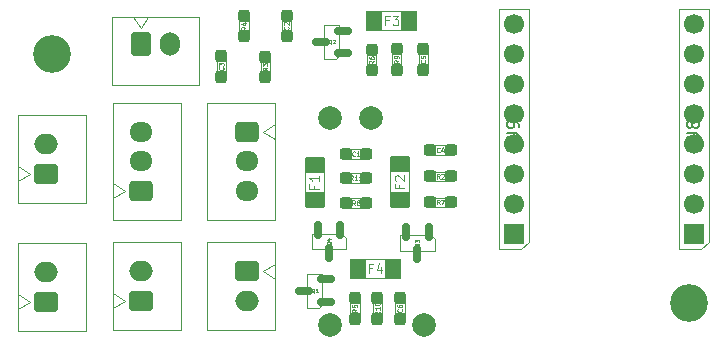
<source format=gbr>
%TF.GenerationSoftware,KiCad,Pcbnew,9.0.3*%
%TF.CreationDate,2025-08-24T20:12:34+09:00*%
%TF.ProjectId,mirror_Shooter_v2,6d697272-6f72-45f5-9368-6f6f7465725f,rev?*%
%TF.SameCoordinates,Original*%
%TF.FileFunction,Soldermask,Top*%
%TF.FilePolarity,Negative*%
%FSLAX46Y46*%
G04 Gerber Fmt 4.6, Leading zero omitted, Abs format (unit mm)*
G04 Created by KiCad (PCBNEW 9.0.3) date 2025-08-24 20:12:34*
%MOMM*%
%LPD*%
G01*
G04 APERTURE LIST*
G04 Aperture macros list*
%AMRoundRect*
0 Rectangle with rounded corners*
0 $1 Rounding radius*
0 $2 $3 $4 $5 $6 $7 $8 $9 X,Y pos of 4 corners*
0 Add a 4 corners polygon primitive as box body*
4,1,4,$2,$3,$4,$5,$6,$7,$8,$9,$2,$3,0*
0 Add four circle primitives for the rounded corners*
1,1,$1+$1,$2,$3*
1,1,$1+$1,$4,$5*
1,1,$1+$1,$6,$7*
1,1,$1+$1,$8,$9*
0 Add four rect primitives between the rounded corners*
20,1,$1+$1,$2,$3,$4,$5,0*
20,1,$1+$1,$4,$5,$6,$7,0*
20,1,$1+$1,$6,$7,$8,$9,0*
20,1,$1+$1,$8,$9,$2,$3,0*%
G04 Aperture macros list end*
%ADD10RoundRect,0.237500X0.300000X0.237500X-0.300000X0.237500X-0.300000X-0.237500X0.300000X-0.237500X0*%
%ADD11RoundRect,0.237500X-0.237500X0.300000X-0.237500X-0.300000X0.237500X-0.300000X0.237500X0.300000X0*%
%ADD12RoundRect,0.237500X0.237500X-0.300000X0.237500X0.300000X-0.237500X0.300000X-0.237500X-0.300000X0*%
%ADD13RoundRect,0.250000X-0.725000X0.600000X-0.725000X-0.600000X0.725000X-0.600000X0.725000X0.600000X0*%
%ADD14O,1.950000X1.700000*%
%ADD15C,3.200000*%
%ADD16RoundRect,0.250000X0.725000X-0.600000X0.725000X0.600000X-0.725000X0.600000X-0.725000X-0.600000X0*%
%ADD17RoundRect,0.250001X0.624999X-0.462499X0.624999X0.462499X-0.624999X0.462499X-0.624999X-0.462499X0*%
%ADD18C,2.000000*%
%ADD19RoundRect,0.250000X0.750000X-0.600000X0.750000X0.600000X-0.750000X0.600000X-0.750000X-0.600000X0*%
%ADD20O,2.000000X1.700000*%
%ADD21RoundRect,0.150000X0.587500X0.150000X-0.587500X0.150000X-0.587500X-0.150000X0.587500X-0.150000X0*%
%ADD22RoundRect,0.150000X-0.150000X0.587500X-0.150000X-0.587500X0.150000X-0.587500X0.150000X0.587500X0*%
%ADD23RoundRect,0.250000X-0.600000X-0.750000X0.600000X-0.750000X0.600000X0.750000X-0.600000X0.750000X0*%
%ADD24O,1.700000X2.000000*%
%ADD25R,1.700000X1.700000*%
%ADD26C,1.700000*%
%ADD27RoundRect,0.250001X-0.462499X-0.624999X0.462499X-0.624999X0.462499X0.624999X-0.462499X0.624999X0*%
%ADD28RoundRect,0.250000X-0.750000X0.600000X-0.750000X-0.600000X0.750000X-0.600000X0.750000X0.600000X0*%
%ADD29C,0.060000*%
%ADD30C,0.120000*%
%ADD31C,0.050000*%
%ADD32C,0.150000*%
%ADD33C,0.100000*%
G04 APERTURE END LIST*
D10*
%TO.C,R7*%
X153942800Y-103632000D03*
X152217800Y-103632000D03*
%TD*%
%TO.C,R8*%
X146786600Y-103682800D03*
X145061600Y-103682800D03*
%TD*%
D11*
%TO.C,R3*%
X138252200Y-91309800D03*
X138252200Y-93034800D03*
%TD*%
D12*
%TO.C,C6*%
X149656800Y-113485000D03*
X149656800Y-111760000D03*
%TD*%
D10*
%TO.C,C1*%
X146784400Y-99542600D03*
X145059400Y-99542600D03*
%TD*%
D13*
%TO.C,J5*%
X136742200Y-97661600D03*
D14*
X136742200Y-100161600D03*
X136742200Y-102661600D03*
%TD*%
D15*
%TO.C,H2*%
X174167800Y-112166400D03*
%TD*%
D16*
%TO.C,J4*%
X127717200Y-102661600D03*
D14*
X127717200Y-100161600D03*
X127717200Y-97661600D03*
%TD*%
D12*
%TO.C,C5*%
X151638000Y-92403000D03*
X151638000Y-90678000D03*
%TD*%
D10*
%TO.C,R2*%
X153947200Y-101447600D03*
X152222200Y-101447600D03*
%TD*%
D17*
%TO.C,F2*%
X149654600Y-103406600D03*
X149654600Y-100431600D03*
%TD*%
D18*
%TO.C,J1*%
X151715800Y-114020000D03*
X143715800Y-114020000D03*
%TD*%
D19*
%TO.C,J6*%
X127717200Y-111961600D03*
D20*
X127717200Y-109461600D03*
%TD*%
D10*
%TO.C,R11*%
X146786600Y-101574600D03*
X145061600Y-101574600D03*
%TD*%
D11*
%TO.C,C3*%
X134543800Y-91284700D03*
X134543800Y-93009700D03*
%TD*%
D12*
%TO.C,R5*%
X145846800Y-113487200D03*
X145846800Y-111762200D03*
%TD*%
D21*
%TO.C,Q1*%
X143386200Y-112064800D03*
X143386200Y-110164800D03*
X141511200Y-111114800D03*
%TD*%
%TO.C,Q2*%
X144826200Y-90993000D03*
X144826200Y-89093000D03*
X142951200Y-90043000D03*
%TD*%
D18*
%TO.C,J2*%
X143715800Y-96520000D03*
X147215800Y-96520000D03*
%TD*%
D22*
%TO.C,Q3*%
X152093000Y-106146600D03*
X150193000Y-106146600D03*
X151143000Y-108021600D03*
%TD*%
D19*
%TO.C,B+*%
X119660400Y-112046400D03*
D20*
X119660400Y-109546400D03*
%TD*%
D12*
%TO.C,C2*%
X140055600Y-89558200D03*
X140055600Y-87833200D03*
%TD*%
D23*
%TO.C,J3*%
X127717200Y-90261600D03*
D24*
X130217200Y-90261600D03*
%TD*%
D22*
%TO.C,Q4*%
X144597200Y-106019600D03*
X142697200Y-106019600D03*
X143647200Y-107894600D03*
%TD*%
D12*
%TO.C,R6*%
X147269200Y-92456000D03*
X147269200Y-90731000D03*
%TD*%
D25*
%TO.C,J9*%
X159273400Y-106324400D03*
D26*
X159273400Y-103784400D03*
X159273400Y-101244400D03*
X159273400Y-98704400D03*
X159273400Y-96164400D03*
X159273400Y-93624400D03*
X159273400Y-91084400D03*
X159273400Y-88544400D03*
%TD*%
D15*
%TO.C,H1*%
X120217800Y-91084400D03*
%TD*%
D12*
%TO.C,R9*%
X149377400Y-92403000D03*
X149377400Y-90678000D03*
%TD*%
D27*
%TO.C,F3*%
X147469200Y-88265000D03*
X150444200Y-88265000D03*
%TD*%
%TO.C,F4*%
X146075400Y-109270800D03*
X149050400Y-109270800D03*
%TD*%
D17*
%TO.C,F1*%
X142428000Y-103432900D03*
X142428000Y-100457900D03*
%TD*%
D11*
%TO.C,R4*%
X136448800Y-87859700D03*
X136448800Y-89584700D03*
%TD*%
D19*
%TO.C,J10*%
X119692800Y-101223600D03*
D20*
X119692800Y-98723600D03*
%TD*%
D28*
%TO.C,J7*%
X136717200Y-109461600D03*
D20*
X136717200Y-111961600D03*
%TD*%
D25*
%TO.C,J8*%
X174523400Y-106324400D03*
D26*
X174523400Y-103784400D03*
X174523400Y-101244400D03*
X174523400Y-98704400D03*
X174523400Y-96164400D03*
X174523400Y-93624400D03*
X174523400Y-91084400D03*
X174523400Y-88544400D03*
%TD*%
D10*
%TO.C,C4*%
X153947200Y-99212400D03*
X152222200Y-99212400D03*
%TD*%
D12*
%TO.C,R10*%
X147751800Y-113485000D03*
X147751800Y-111760000D03*
%TD*%
D29*
X153013633Y-103813927D02*
X152880300Y-103623451D01*
X152785062Y-103813927D02*
X152785062Y-103413927D01*
X152785062Y-103413927D02*
X152937443Y-103413927D01*
X152937443Y-103413927D02*
X152975538Y-103432975D01*
X152975538Y-103432975D02*
X152994585Y-103452022D01*
X152994585Y-103452022D02*
X153013633Y-103490118D01*
X153013633Y-103490118D02*
X153013633Y-103547260D01*
X153013633Y-103547260D02*
X152994585Y-103585356D01*
X152994585Y-103585356D02*
X152975538Y-103604403D01*
X152975538Y-103604403D02*
X152937443Y-103623451D01*
X152937443Y-103623451D02*
X152785062Y-103623451D01*
X153146966Y-103413927D02*
X153413633Y-103413927D01*
X153413633Y-103413927D02*
X153242204Y-103813927D01*
X145857433Y-103864727D02*
X145724100Y-103674251D01*
X145628862Y-103864727D02*
X145628862Y-103464727D01*
X145628862Y-103464727D02*
X145781243Y-103464727D01*
X145781243Y-103464727D02*
X145819338Y-103483775D01*
X145819338Y-103483775D02*
X145838385Y-103502822D01*
X145838385Y-103502822D02*
X145857433Y-103540918D01*
X145857433Y-103540918D02*
X145857433Y-103598060D01*
X145857433Y-103598060D02*
X145838385Y-103636156D01*
X145838385Y-103636156D02*
X145819338Y-103655203D01*
X145819338Y-103655203D02*
X145781243Y-103674251D01*
X145781243Y-103674251D02*
X145628862Y-103674251D01*
X146086004Y-103636156D02*
X146047909Y-103617108D01*
X146047909Y-103617108D02*
X146028862Y-103598060D01*
X146028862Y-103598060D02*
X146009814Y-103559965D01*
X146009814Y-103559965D02*
X146009814Y-103540918D01*
X146009814Y-103540918D02*
X146028862Y-103502822D01*
X146028862Y-103502822D02*
X146047909Y-103483775D01*
X146047909Y-103483775D02*
X146086004Y-103464727D01*
X146086004Y-103464727D02*
X146162195Y-103464727D01*
X146162195Y-103464727D02*
X146200290Y-103483775D01*
X146200290Y-103483775D02*
X146219338Y-103502822D01*
X146219338Y-103502822D02*
X146238385Y-103540918D01*
X146238385Y-103540918D02*
X146238385Y-103559965D01*
X146238385Y-103559965D02*
X146219338Y-103598060D01*
X146219338Y-103598060D02*
X146200290Y-103617108D01*
X146200290Y-103617108D02*
X146162195Y-103636156D01*
X146162195Y-103636156D02*
X146086004Y-103636156D01*
X146086004Y-103636156D02*
X146047909Y-103655203D01*
X146047909Y-103655203D02*
X146028862Y-103674251D01*
X146028862Y-103674251D02*
X146009814Y-103712346D01*
X146009814Y-103712346D02*
X146009814Y-103788537D01*
X146009814Y-103788537D02*
X146028862Y-103826632D01*
X146028862Y-103826632D02*
X146047909Y-103845680D01*
X146047909Y-103845680D02*
X146086004Y-103864727D01*
X146086004Y-103864727D02*
X146162195Y-103864727D01*
X146162195Y-103864727D02*
X146200290Y-103845680D01*
X146200290Y-103845680D02*
X146219338Y-103826632D01*
X146219338Y-103826632D02*
X146238385Y-103788537D01*
X146238385Y-103788537D02*
X146238385Y-103712346D01*
X146238385Y-103712346D02*
X146219338Y-103674251D01*
X146219338Y-103674251D02*
X146200290Y-103655203D01*
X146200290Y-103655203D02*
X146162195Y-103636156D01*
X138434127Y-92238966D02*
X138243651Y-92372299D01*
X138434127Y-92467537D02*
X138034127Y-92467537D01*
X138034127Y-92467537D02*
X138034127Y-92315156D01*
X138034127Y-92315156D02*
X138053175Y-92277061D01*
X138053175Y-92277061D02*
X138072222Y-92258014D01*
X138072222Y-92258014D02*
X138110318Y-92238966D01*
X138110318Y-92238966D02*
X138167460Y-92238966D01*
X138167460Y-92238966D02*
X138205556Y-92258014D01*
X138205556Y-92258014D02*
X138224603Y-92277061D01*
X138224603Y-92277061D02*
X138243651Y-92315156D01*
X138243651Y-92315156D02*
X138243651Y-92467537D01*
X138034127Y-92105633D02*
X138034127Y-91858014D01*
X138034127Y-91858014D02*
X138186508Y-91991347D01*
X138186508Y-91991347D02*
X138186508Y-91934204D01*
X138186508Y-91934204D02*
X138205556Y-91896109D01*
X138205556Y-91896109D02*
X138224603Y-91877061D01*
X138224603Y-91877061D02*
X138262699Y-91858014D01*
X138262699Y-91858014D02*
X138357937Y-91858014D01*
X138357937Y-91858014D02*
X138396032Y-91877061D01*
X138396032Y-91877061D02*
X138415080Y-91896109D01*
X138415080Y-91896109D02*
X138434127Y-91934204D01*
X138434127Y-91934204D02*
X138434127Y-92048490D01*
X138434127Y-92048490D02*
X138415080Y-92086585D01*
X138415080Y-92086585D02*
X138396032Y-92105633D01*
X149800632Y-112689166D02*
X149819680Y-112708214D01*
X149819680Y-112708214D02*
X149838727Y-112765356D01*
X149838727Y-112765356D02*
X149838727Y-112803452D01*
X149838727Y-112803452D02*
X149819680Y-112860595D01*
X149819680Y-112860595D02*
X149781584Y-112898690D01*
X149781584Y-112898690D02*
X149743489Y-112917737D01*
X149743489Y-112917737D02*
X149667299Y-112936785D01*
X149667299Y-112936785D02*
X149610156Y-112936785D01*
X149610156Y-112936785D02*
X149533965Y-112917737D01*
X149533965Y-112917737D02*
X149495870Y-112898690D01*
X149495870Y-112898690D02*
X149457775Y-112860595D01*
X149457775Y-112860595D02*
X149438727Y-112803452D01*
X149438727Y-112803452D02*
X149438727Y-112765356D01*
X149438727Y-112765356D02*
X149457775Y-112708214D01*
X149457775Y-112708214D02*
X149476822Y-112689166D01*
X149438727Y-112346309D02*
X149438727Y-112422499D01*
X149438727Y-112422499D02*
X149457775Y-112460595D01*
X149457775Y-112460595D02*
X149476822Y-112479642D01*
X149476822Y-112479642D02*
X149533965Y-112517737D01*
X149533965Y-112517737D02*
X149610156Y-112536785D01*
X149610156Y-112536785D02*
X149762537Y-112536785D01*
X149762537Y-112536785D02*
X149800632Y-112517737D01*
X149800632Y-112517737D02*
X149819680Y-112498690D01*
X149819680Y-112498690D02*
X149838727Y-112460595D01*
X149838727Y-112460595D02*
X149838727Y-112384404D01*
X149838727Y-112384404D02*
X149819680Y-112346309D01*
X149819680Y-112346309D02*
X149800632Y-112327261D01*
X149800632Y-112327261D02*
X149762537Y-112308214D01*
X149762537Y-112308214D02*
X149667299Y-112308214D01*
X149667299Y-112308214D02*
X149629203Y-112327261D01*
X149629203Y-112327261D02*
X149610156Y-112346309D01*
X149610156Y-112346309D02*
X149591108Y-112384404D01*
X149591108Y-112384404D02*
X149591108Y-112460595D01*
X149591108Y-112460595D02*
X149610156Y-112498690D01*
X149610156Y-112498690D02*
X149629203Y-112517737D01*
X149629203Y-112517737D02*
X149667299Y-112536785D01*
X145855233Y-99686432D02*
X145836185Y-99705480D01*
X145836185Y-99705480D02*
X145779043Y-99724527D01*
X145779043Y-99724527D02*
X145740947Y-99724527D01*
X145740947Y-99724527D02*
X145683804Y-99705480D01*
X145683804Y-99705480D02*
X145645709Y-99667384D01*
X145645709Y-99667384D02*
X145626662Y-99629289D01*
X145626662Y-99629289D02*
X145607614Y-99553099D01*
X145607614Y-99553099D02*
X145607614Y-99495956D01*
X145607614Y-99495956D02*
X145626662Y-99419765D01*
X145626662Y-99419765D02*
X145645709Y-99381670D01*
X145645709Y-99381670D02*
X145683804Y-99343575D01*
X145683804Y-99343575D02*
X145740947Y-99324527D01*
X145740947Y-99324527D02*
X145779043Y-99324527D01*
X145779043Y-99324527D02*
X145836185Y-99343575D01*
X145836185Y-99343575D02*
X145855233Y-99362622D01*
X146236185Y-99724527D02*
X146007614Y-99724527D01*
X146121900Y-99724527D02*
X146121900Y-99324527D01*
X146121900Y-99324527D02*
X146083804Y-99381670D01*
X146083804Y-99381670D02*
X146045709Y-99419765D01*
X146045709Y-99419765D02*
X146007614Y-99438813D01*
X151781832Y-91607166D02*
X151800880Y-91626214D01*
X151800880Y-91626214D02*
X151819927Y-91683356D01*
X151819927Y-91683356D02*
X151819927Y-91721452D01*
X151819927Y-91721452D02*
X151800880Y-91778595D01*
X151800880Y-91778595D02*
X151762784Y-91816690D01*
X151762784Y-91816690D02*
X151724689Y-91835737D01*
X151724689Y-91835737D02*
X151648499Y-91854785D01*
X151648499Y-91854785D02*
X151591356Y-91854785D01*
X151591356Y-91854785D02*
X151515165Y-91835737D01*
X151515165Y-91835737D02*
X151477070Y-91816690D01*
X151477070Y-91816690D02*
X151438975Y-91778595D01*
X151438975Y-91778595D02*
X151419927Y-91721452D01*
X151419927Y-91721452D02*
X151419927Y-91683356D01*
X151419927Y-91683356D02*
X151438975Y-91626214D01*
X151438975Y-91626214D02*
X151458022Y-91607166D01*
X151419927Y-91245261D02*
X151419927Y-91435737D01*
X151419927Y-91435737D02*
X151610403Y-91454785D01*
X151610403Y-91454785D02*
X151591356Y-91435737D01*
X151591356Y-91435737D02*
X151572308Y-91397642D01*
X151572308Y-91397642D02*
X151572308Y-91302404D01*
X151572308Y-91302404D02*
X151591356Y-91264309D01*
X151591356Y-91264309D02*
X151610403Y-91245261D01*
X151610403Y-91245261D02*
X151648499Y-91226214D01*
X151648499Y-91226214D02*
X151743737Y-91226214D01*
X151743737Y-91226214D02*
X151781832Y-91245261D01*
X151781832Y-91245261D02*
X151800880Y-91264309D01*
X151800880Y-91264309D02*
X151819927Y-91302404D01*
X151819927Y-91302404D02*
X151819927Y-91397642D01*
X151819927Y-91397642D02*
X151800880Y-91435737D01*
X151800880Y-91435737D02*
X151781832Y-91454785D01*
X153018033Y-101629527D02*
X152884700Y-101439051D01*
X152789462Y-101629527D02*
X152789462Y-101229527D01*
X152789462Y-101229527D02*
X152941843Y-101229527D01*
X152941843Y-101229527D02*
X152979938Y-101248575D01*
X152979938Y-101248575D02*
X152998985Y-101267622D01*
X152998985Y-101267622D02*
X153018033Y-101305718D01*
X153018033Y-101305718D02*
X153018033Y-101362860D01*
X153018033Y-101362860D02*
X152998985Y-101400956D01*
X152998985Y-101400956D02*
X152979938Y-101420003D01*
X152979938Y-101420003D02*
X152941843Y-101439051D01*
X152941843Y-101439051D02*
X152789462Y-101439051D01*
X153170414Y-101267622D02*
X153189462Y-101248575D01*
X153189462Y-101248575D02*
X153227557Y-101229527D01*
X153227557Y-101229527D02*
X153322795Y-101229527D01*
X153322795Y-101229527D02*
X153360890Y-101248575D01*
X153360890Y-101248575D02*
X153379938Y-101267622D01*
X153379938Y-101267622D02*
X153398985Y-101305718D01*
X153398985Y-101305718D02*
X153398985Y-101343813D01*
X153398985Y-101343813D02*
X153379938Y-101400956D01*
X153379938Y-101400956D02*
X153151366Y-101629527D01*
X153151366Y-101629527D02*
X153398985Y-101629527D01*
D30*
X149599407Y-102185766D02*
X149599407Y-102452432D01*
X150018455Y-102452432D02*
X149218455Y-102452432D01*
X149218455Y-102452432D02*
X149218455Y-102071480D01*
X149294645Y-101804814D02*
X149256550Y-101766718D01*
X149256550Y-101766718D02*
X149218455Y-101690528D01*
X149218455Y-101690528D02*
X149218455Y-101500052D01*
X149218455Y-101500052D02*
X149256550Y-101423861D01*
X149256550Y-101423861D02*
X149294645Y-101385766D01*
X149294645Y-101385766D02*
X149370836Y-101347671D01*
X149370836Y-101347671D02*
X149447026Y-101347671D01*
X149447026Y-101347671D02*
X149561312Y-101385766D01*
X149561312Y-101385766D02*
X150018455Y-101842909D01*
X150018455Y-101842909D02*
X150018455Y-101347671D01*
D29*
X145666957Y-101756527D02*
X145533624Y-101566051D01*
X145438386Y-101756527D02*
X145438386Y-101356527D01*
X145438386Y-101356527D02*
X145590767Y-101356527D01*
X145590767Y-101356527D02*
X145628862Y-101375575D01*
X145628862Y-101375575D02*
X145647909Y-101394622D01*
X145647909Y-101394622D02*
X145666957Y-101432718D01*
X145666957Y-101432718D02*
X145666957Y-101489860D01*
X145666957Y-101489860D02*
X145647909Y-101527956D01*
X145647909Y-101527956D02*
X145628862Y-101547003D01*
X145628862Y-101547003D02*
X145590767Y-101566051D01*
X145590767Y-101566051D02*
X145438386Y-101566051D01*
X146047909Y-101756527D02*
X145819338Y-101756527D01*
X145933624Y-101756527D02*
X145933624Y-101356527D01*
X145933624Y-101356527D02*
X145895528Y-101413670D01*
X145895528Y-101413670D02*
X145857433Y-101451765D01*
X145857433Y-101451765D02*
X145819338Y-101470813D01*
X146428861Y-101756527D02*
X146200290Y-101756527D01*
X146314576Y-101756527D02*
X146314576Y-101356527D01*
X146314576Y-101356527D02*
X146276480Y-101413670D01*
X146276480Y-101413670D02*
X146238385Y-101451765D01*
X146238385Y-101451765D02*
X146200290Y-101470813D01*
X134687632Y-92213866D02*
X134706680Y-92232914D01*
X134706680Y-92232914D02*
X134725727Y-92290056D01*
X134725727Y-92290056D02*
X134725727Y-92328152D01*
X134725727Y-92328152D02*
X134706680Y-92385295D01*
X134706680Y-92385295D02*
X134668584Y-92423390D01*
X134668584Y-92423390D02*
X134630489Y-92442437D01*
X134630489Y-92442437D02*
X134554299Y-92461485D01*
X134554299Y-92461485D02*
X134497156Y-92461485D01*
X134497156Y-92461485D02*
X134420965Y-92442437D01*
X134420965Y-92442437D02*
X134382870Y-92423390D01*
X134382870Y-92423390D02*
X134344775Y-92385295D01*
X134344775Y-92385295D02*
X134325727Y-92328152D01*
X134325727Y-92328152D02*
X134325727Y-92290056D01*
X134325727Y-92290056D02*
X134344775Y-92232914D01*
X134344775Y-92232914D02*
X134363822Y-92213866D01*
X134325727Y-92080533D02*
X134325727Y-91832914D01*
X134325727Y-91832914D02*
X134478108Y-91966247D01*
X134478108Y-91966247D02*
X134478108Y-91909104D01*
X134478108Y-91909104D02*
X134497156Y-91871009D01*
X134497156Y-91871009D02*
X134516203Y-91851961D01*
X134516203Y-91851961D02*
X134554299Y-91832914D01*
X134554299Y-91832914D02*
X134649537Y-91832914D01*
X134649537Y-91832914D02*
X134687632Y-91851961D01*
X134687632Y-91851961D02*
X134706680Y-91871009D01*
X134706680Y-91871009D02*
X134725727Y-91909104D01*
X134725727Y-91909104D02*
X134725727Y-92023390D01*
X134725727Y-92023390D02*
X134706680Y-92061485D01*
X134706680Y-92061485D02*
X134687632Y-92080533D01*
X146028727Y-112691366D02*
X145838251Y-112824699D01*
X146028727Y-112919937D02*
X145628727Y-112919937D01*
X145628727Y-112919937D02*
X145628727Y-112767556D01*
X145628727Y-112767556D02*
X145647775Y-112729461D01*
X145647775Y-112729461D02*
X145666822Y-112710414D01*
X145666822Y-112710414D02*
X145704918Y-112691366D01*
X145704918Y-112691366D02*
X145762060Y-112691366D01*
X145762060Y-112691366D02*
X145800156Y-112710414D01*
X145800156Y-112710414D02*
X145819203Y-112729461D01*
X145819203Y-112729461D02*
X145838251Y-112767556D01*
X145838251Y-112767556D02*
X145838251Y-112919937D01*
X145628727Y-112329461D02*
X145628727Y-112519937D01*
X145628727Y-112519937D02*
X145819203Y-112538985D01*
X145819203Y-112538985D02*
X145800156Y-112519937D01*
X145800156Y-112519937D02*
X145781108Y-112481842D01*
X145781108Y-112481842D02*
X145781108Y-112386604D01*
X145781108Y-112386604D02*
X145800156Y-112348509D01*
X145800156Y-112348509D02*
X145819203Y-112329461D01*
X145819203Y-112329461D02*
X145857299Y-112310414D01*
X145857299Y-112310414D02*
X145952537Y-112310414D01*
X145952537Y-112310414D02*
X145990632Y-112329461D01*
X145990632Y-112329461D02*
X146009680Y-112348509D01*
X146009680Y-112348509D02*
X146028727Y-112386604D01*
X146028727Y-112386604D02*
X146028727Y-112481842D01*
X146028727Y-112481842D02*
X146009680Y-112519937D01*
X146009680Y-112519937D02*
X145990632Y-112538985D01*
D31*
X142418223Y-111290714D02*
X142387747Y-111275476D01*
X142387747Y-111275476D02*
X142357271Y-111245000D01*
X142357271Y-111245000D02*
X142311557Y-111199285D01*
X142311557Y-111199285D02*
X142281080Y-111184047D01*
X142281080Y-111184047D02*
X142250604Y-111184047D01*
X142265842Y-111260238D02*
X142235366Y-111245000D01*
X142235366Y-111245000D02*
X142204890Y-111214523D01*
X142204890Y-111214523D02*
X142189652Y-111153571D01*
X142189652Y-111153571D02*
X142189652Y-111046904D01*
X142189652Y-111046904D02*
X142204890Y-110985952D01*
X142204890Y-110985952D02*
X142235366Y-110955476D01*
X142235366Y-110955476D02*
X142265842Y-110940238D01*
X142265842Y-110940238D02*
X142326795Y-110940238D01*
X142326795Y-110940238D02*
X142357271Y-110955476D01*
X142357271Y-110955476D02*
X142387747Y-110985952D01*
X142387747Y-110985952D02*
X142402985Y-111046904D01*
X142402985Y-111046904D02*
X142402985Y-111153571D01*
X142402985Y-111153571D02*
X142387747Y-111214523D01*
X142387747Y-111214523D02*
X142357271Y-111245000D01*
X142357271Y-111245000D02*
X142326795Y-111260238D01*
X142326795Y-111260238D02*
X142265842Y-111260238D01*
X142707747Y-111260238D02*
X142524890Y-111260238D01*
X142616318Y-111260238D02*
X142616318Y-110940238D01*
X142616318Y-110940238D02*
X142585842Y-110985952D01*
X142585842Y-110985952D02*
X142555366Y-111016428D01*
X142555366Y-111016428D02*
X142524890Y-111031666D01*
X143858223Y-90218914D02*
X143827747Y-90203676D01*
X143827747Y-90203676D02*
X143797271Y-90173200D01*
X143797271Y-90173200D02*
X143751557Y-90127485D01*
X143751557Y-90127485D02*
X143721080Y-90112247D01*
X143721080Y-90112247D02*
X143690604Y-90112247D01*
X143705842Y-90188438D02*
X143675366Y-90173200D01*
X143675366Y-90173200D02*
X143644890Y-90142723D01*
X143644890Y-90142723D02*
X143629652Y-90081771D01*
X143629652Y-90081771D02*
X143629652Y-89975104D01*
X143629652Y-89975104D02*
X143644890Y-89914152D01*
X143644890Y-89914152D02*
X143675366Y-89883676D01*
X143675366Y-89883676D02*
X143705842Y-89868438D01*
X143705842Y-89868438D02*
X143766795Y-89868438D01*
X143766795Y-89868438D02*
X143797271Y-89883676D01*
X143797271Y-89883676D02*
X143827747Y-89914152D01*
X143827747Y-89914152D02*
X143842985Y-89975104D01*
X143842985Y-89975104D02*
X143842985Y-90081771D01*
X143842985Y-90081771D02*
X143827747Y-90142723D01*
X143827747Y-90142723D02*
X143797271Y-90173200D01*
X143797271Y-90173200D02*
X143766795Y-90188438D01*
X143766795Y-90188438D02*
X143705842Y-90188438D01*
X143964890Y-89898914D02*
X143980128Y-89883676D01*
X143980128Y-89883676D02*
X144010604Y-89868438D01*
X144010604Y-89868438D02*
X144086795Y-89868438D01*
X144086795Y-89868438D02*
X144117271Y-89883676D01*
X144117271Y-89883676D02*
X144132509Y-89898914D01*
X144132509Y-89898914D02*
X144147747Y-89929390D01*
X144147747Y-89929390D02*
X144147747Y-89959866D01*
X144147747Y-89959866D02*
X144132509Y-90005580D01*
X144132509Y-90005580D02*
X143949652Y-90188438D01*
X143949652Y-90188438D02*
X144147747Y-90188438D01*
X151318914Y-107114576D02*
X151303676Y-107145052D01*
X151303676Y-107145052D02*
X151273200Y-107175528D01*
X151273200Y-107175528D02*
X151227485Y-107221242D01*
X151227485Y-107221242D02*
X151212247Y-107251719D01*
X151212247Y-107251719D02*
X151212247Y-107282195D01*
X151288438Y-107266957D02*
X151273200Y-107297433D01*
X151273200Y-107297433D02*
X151242723Y-107327909D01*
X151242723Y-107327909D02*
X151181771Y-107343147D01*
X151181771Y-107343147D02*
X151075104Y-107343147D01*
X151075104Y-107343147D02*
X151014152Y-107327909D01*
X151014152Y-107327909D02*
X150983676Y-107297433D01*
X150983676Y-107297433D02*
X150968438Y-107266957D01*
X150968438Y-107266957D02*
X150968438Y-107206004D01*
X150968438Y-107206004D02*
X150983676Y-107175528D01*
X150983676Y-107175528D02*
X151014152Y-107145052D01*
X151014152Y-107145052D02*
X151075104Y-107129814D01*
X151075104Y-107129814D02*
X151181771Y-107129814D01*
X151181771Y-107129814D02*
X151242723Y-107145052D01*
X151242723Y-107145052D02*
X151273200Y-107175528D01*
X151273200Y-107175528D02*
X151288438Y-107206004D01*
X151288438Y-107206004D02*
X151288438Y-107266957D01*
X150968438Y-107023147D02*
X150968438Y-106825052D01*
X150968438Y-106825052D02*
X151090342Y-106931719D01*
X151090342Y-106931719D02*
X151090342Y-106886004D01*
X151090342Y-106886004D02*
X151105580Y-106855528D01*
X151105580Y-106855528D02*
X151120819Y-106840290D01*
X151120819Y-106840290D02*
X151151295Y-106825052D01*
X151151295Y-106825052D02*
X151227485Y-106825052D01*
X151227485Y-106825052D02*
X151257961Y-106840290D01*
X151257961Y-106840290D02*
X151273200Y-106855528D01*
X151273200Y-106855528D02*
X151288438Y-106886004D01*
X151288438Y-106886004D02*
X151288438Y-106977433D01*
X151288438Y-106977433D02*
X151273200Y-107007909D01*
X151273200Y-107007909D02*
X151257961Y-107023147D01*
D29*
X140199432Y-88762366D02*
X140218480Y-88781414D01*
X140218480Y-88781414D02*
X140237527Y-88838556D01*
X140237527Y-88838556D02*
X140237527Y-88876652D01*
X140237527Y-88876652D02*
X140218480Y-88933795D01*
X140218480Y-88933795D02*
X140180384Y-88971890D01*
X140180384Y-88971890D02*
X140142289Y-88990937D01*
X140142289Y-88990937D02*
X140066099Y-89009985D01*
X140066099Y-89009985D02*
X140008956Y-89009985D01*
X140008956Y-89009985D02*
X139932765Y-88990937D01*
X139932765Y-88990937D02*
X139894670Y-88971890D01*
X139894670Y-88971890D02*
X139856575Y-88933795D01*
X139856575Y-88933795D02*
X139837527Y-88876652D01*
X139837527Y-88876652D02*
X139837527Y-88838556D01*
X139837527Y-88838556D02*
X139856575Y-88781414D01*
X139856575Y-88781414D02*
X139875622Y-88762366D01*
X139875622Y-88609985D02*
X139856575Y-88590937D01*
X139856575Y-88590937D02*
X139837527Y-88552842D01*
X139837527Y-88552842D02*
X139837527Y-88457604D01*
X139837527Y-88457604D02*
X139856575Y-88419509D01*
X139856575Y-88419509D02*
X139875622Y-88400461D01*
X139875622Y-88400461D02*
X139913718Y-88381414D01*
X139913718Y-88381414D02*
X139951813Y-88381414D01*
X139951813Y-88381414D02*
X140008956Y-88400461D01*
X140008956Y-88400461D02*
X140237527Y-88629033D01*
X140237527Y-88629033D02*
X140237527Y-88381414D01*
D31*
X143823114Y-106987576D02*
X143807876Y-107018052D01*
X143807876Y-107018052D02*
X143777400Y-107048528D01*
X143777400Y-107048528D02*
X143731685Y-107094242D01*
X143731685Y-107094242D02*
X143716447Y-107124719D01*
X143716447Y-107124719D02*
X143716447Y-107155195D01*
X143792638Y-107139957D02*
X143777400Y-107170433D01*
X143777400Y-107170433D02*
X143746923Y-107200909D01*
X143746923Y-107200909D02*
X143685971Y-107216147D01*
X143685971Y-107216147D02*
X143579304Y-107216147D01*
X143579304Y-107216147D02*
X143518352Y-107200909D01*
X143518352Y-107200909D02*
X143487876Y-107170433D01*
X143487876Y-107170433D02*
X143472638Y-107139957D01*
X143472638Y-107139957D02*
X143472638Y-107079004D01*
X143472638Y-107079004D02*
X143487876Y-107048528D01*
X143487876Y-107048528D02*
X143518352Y-107018052D01*
X143518352Y-107018052D02*
X143579304Y-107002814D01*
X143579304Y-107002814D02*
X143685971Y-107002814D01*
X143685971Y-107002814D02*
X143746923Y-107018052D01*
X143746923Y-107018052D02*
X143777400Y-107048528D01*
X143777400Y-107048528D02*
X143792638Y-107079004D01*
X143792638Y-107079004D02*
X143792638Y-107139957D01*
X143579304Y-106728528D02*
X143792638Y-106728528D01*
X143457400Y-106804719D02*
X143685971Y-106880909D01*
X143685971Y-106880909D02*
X143685971Y-106682814D01*
D29*
X147451127Y-91660166D02*
X147260651Y-91793499D01*
X147451127Y-91888737D02*
X147051127Y-91888737D01*
X147051127Y-91888737D02*
X147051127Y-91736356D01*
X147051127Y-91736356D02*
X147070175Y-91698261D01*
X147070175Y-91698261D02*
X147089222Y-91679214D01*
X147089222Y-91679214D02*
X147127318Y-91660166D01*
X147127318Y-91660166D02*
X147184460Y-91660166D01*
X147184460Y-91660166D02*
X147222556Y-91679214D01*
X147222556Y-91679214D02*
X147241603Y-91698261D01*
X147241603Y-91698261D02*
X147260651Y-91736356D01*
X147260651Y-91736356D02*
X147260651Y-91888737D01*
X147051127Y-91317309D02*
X147051127Y-91393499D01*
X147051127Y-91393499D02*
X147070175Y-91431595D01*
X147070175Y-91431595D02*
X147089222Y-91450642D01*
X147089222Y-91450642D02*
X147146365Y-91488737D01*
X147146365Y-91488737D02*
X147222556Y-91507785D01*
X147222556Y-91507785D02*
X147374937Y-91507785D01*
X147374937Y-91507785D02*
X147413032Y-91488737D01*
X147413032Y-91488737D02*
X147432080Y-91469690D01*
X147432080Y-91469690D02*
X147451127Y-91431595D01*
X147451127Y-91431595D02*
X147451127Y-91355404D01*
X147451127Y-91355404D02*
X147432080Y-91317309D01*
X147432080Y-91317309D02*
X147413032Y-91298261D01*
X147413032Y-91298261D02*
X147374937Y-91279214D01*
X147374937Y-91279214D02*
X147279699Y-91279214D01*
X147279699Y-91279214D02*
X147241603Y-91298261D01*
X147241603Y-91298261D02*
X147222556Y-91317309D01*
X147222556Y-91317309D02*
X147203508Y-91355404D01*
X147203508Y-91355404D02*
X147203508Y-91431595D01*
X147203508Y-91431595D02*
X147222556Y-91469690D01*
X147222556Y-91469690D02*
X147241603Y-91488737D01*
X147241603Y-91488737D02*
X147279699Y-91507785D01*
D32*
X158728219Y-97767733D02*
X159442504Y-97767733D01*
X159442504Y-97767733D02*
X159585361Y-97815352D01*
X159585361Y-97815352D02*
X159680600Y-97910590D01*
X159680600Y-97910590D02*
X159728219Y-98053447D01*
X159728219Y-98053447D02*
X159728219Y-98148685D01*
X159728219Y-97243923D02*
X159728219Y-97053447D01*
X159728219Y-97053447D02*
X159680600Y-96958209D01*
X159680600Y-96958209D02*
X159632980Y-96910590D01*
X159632980Y-96910590D02*
X159490123Y-96815352D01*
X159490123Y-96815352D02*
X159299647Y-96767733D01*
X159299647Y-96767733D02*
X158918695Y-96767733D01*
X158918695Y-96767733D02*
X158823457Y-96815352D01*
X158823457Y-96815352D02*
X158775838Y-96862971D01*
X158775838Y-96862971D02*
X158728219Y-96958209D01*
X158728219Y-96958209D02*
X158728219Y-97148685D01*
X158728219Y-97148685D02*
X158775838Y-97243923D01*
X158775838Y-97243923D02*
X158823457Y-97291542D01*
X158823457Y-97291542D02*
X158918695Y-97339161D01*
X158918695Y-97339161D02*
X159156790Y-97339161D01*
X159156790Y-97339161D02*
X159252028Y-97291542D01*
X159252028Y-97291542D02*
X159299647Y-97243923D01*
X159299647Y-97243923D02*
X159347266Y-97148685D01*
X159347266Y-97148685D02*
X159347266Y-96958209D01*
X159347266Y-96958209D02*
X159299647Y-96862971D01*
X159299647Y-96862971D02*
X159252028Y-96815352D01*
X159252028Y-96815352D02*
X159156790Y-96767733D01*
X119455895Y-91539219D02*
X119455895Y-90539219D01*
X119455895Y-91015409D02*
X120027323Y-91015409D01*
X120027323Y-91539219D02*
X120027323Y-90539219D01*
X121027323Y-91539219D02*
X120455895Y-91539219D01*
X120741609Y-91539219D02*
X120741609Y-90539219D01*
X120741609Y-90539219D02*
X120646371Y-90682076D01*
X120646371Y-90682076D02*
X120551133Y-90777314D01*
X120551133Y-90777314D02*
X120455895Y-90824933D01*
D29*
X149559327Y-91607166D02*
X149368851Y-91740499D01*
X149559327Y-91835737D02*
X149159327Y-91835737D01*
X149159327Y-91835737D02*
X149159327Y-91683356D01*
X149159327Y-91683356D02*
X149178375Y-91645261D01*
X149178375Y-91645261D02*
X149197422Y-91626214D01*
X149197422Y-91626214D02*
X149235518Y-91607166D01*
X149235518Y-91607166D02*
X149292660Y-91607166D01*
X149292660Y-91607166D02*
X149330756Y-91626214D01*
X149330756Y-91626214D02*
X149349803Y-91645261D01*
X149349803Y-91645261D02*
X149368851Y-91683356D01*
X149368851Y-91683356D02*
X149368851Y-91835737D01*
X149559327Y-91416690D02*
X149559327Y-91340499D01*
X149559327Y-91340499D02*
X149540280Y-91302404D01*
X149540280Y-91302404D02*
X149521232Y-91283356D01*
X149521232Y-91283356D02*
X149464089Y-91245261D01*
X149464089Y-91245261D02*
X149387899Y-91226214D01*
X149387899Y-91226214D02*
X149235518Y-91226214D01*
X149235518Y-91226214D02*
X149197422Y-91245261D01*
X149197422Y-91245261D02*
X149178375Y-91264309D01*
X149178375Y-91264309D02*
X149159327Y-91302404D01*
X149159327Y-91302404D02*
X149159327Y-91378595D01*
X149159327Y-91378595D02*
X149178375Y-91416690D01*
X149178375Y-91416690D02*
X149197422Y-91435737D01*
X149197422Y-91435737D02*
X149235518Y-91454785D01*
X149235518Y-91454785D02*
X149330756Y-91454785D01*
X149330756Y-91454785D02*
X149368851Y-91435737D01*
X149368851Y-91435737D02*
X149387899Y-91416690D01*
X149387899Y-91416690D02*
X149406946Y-91378595D01*
X149406946Y-91378595D02*
X149406946Y-91302404D01*
X149406946Y-91302404D02*
X149387899Y-91264309D01*
X149387899Y-91264309D02*
X149368851Y-91245261D01*
X149368851Y-91245261D02*
X149330756Y-91226214D01*
D30*
X148690033Y-88209807D02*
X148423367Y-88209807D01*
X148423367Y-88628855D02*
X148423367Y-87828855D01*
X148423367Y-87828855D02*
X148804319Y-87828855D01*
X149032890Y-87828855D02*
X149528128Y-87828855D01*
X149528128Y-87828855D02*
X149261462Y-88133617D01*
X149261462Y-88133617D02*
X149375747Y-88133617D01*
X149375747Y-88133617D02*
X149451938Y-88171712D01*
X149451938Y-88171712D02*
X149490033Y-88209807D01*
X149490033Y-88209807D02*
X149528128Y-88285998D01*
X149528128Y-88285998D02*
X149528128Y-88476474D01*
X149528128Y-88476474D02*
X149490033Y-88552664D01*
X149490033Y-88552664D02*
X149451938Y-88590760D01*
X149451938Y-88590760D02*
X149375747Y-88628855D01*
X149375747Y-88628855D02*
X149147176Y-88628855D01*
X149147176Y-88628855D02*
X149070985Y-88590760D01*
X149070985Y-88590760D02*
X149032890Y-88552664D01*
X147296233Y-109215607D02*
X147029567Y-109215607D01*
X147029567Y-109634655D02*
X147029567Y-108834655D01*
X147029567Y-108834655D02*
X147410519Y-108834655D01*
X148058138Y-109101321D02*
X148058138Y-109634655D01*
X147867662Y-108796560D02*
X147677185Y-109367988D01*
X147677185Y-109367988D02*
X148172424Y-109367988D01*
X142372807Y-102212066D02*
X142372807Y-102478732D01*
X142791855Y-102478732D02*
X141991855Y-102478732D01*
X141991855Y-102478732D02*
X141991855Y-102097780D01*
X142791855Y-101373971D02*
X142791855Y-101831114D01*
X142791855Y-101602542D02*
X141991855Y-101602542D01*
X141991855Y-101602542D02*
X142106140Y-101678733D01*
X142106140Y-101678733D02*
X142182331Y-101754923D01*
X142182331Y-101754923D02*
X142220426Y-101831114D01*
D29*
X136630727Y-88788866D02*
X136440251Y-88922199D01*
X136630727Y-89017437D02*
X136230727Y-89017437D01*
X136230727Y-89017437D02*
X136230727Y-88865056D01*
X136230727Y-88865056D02*
X136249775Y-88826961D01*
X136249775Y-88826961D02*
X136268822Y-88807914D01*
X136268822Y-88807914D02*
X136306918Y-88788866D01*
X136306918Y-88788866D02*
X136364060Y-88788866D01*
X136364060Y-88788866D02*
X136402156Y-88807914D01*
X136402156Y-88807914D02*
X136421203Y-88826961D01*
X136421203Y-88826961D02*
X136440251Y-88865056D01*
X136440251Y-88865056D02*
X136440251Y-89017437D01*
X136364060Y-88446009D02*
X136630727Y-88446009D01*
X136211680Y-88541247D02*
X136497394Y-88636485D01*
X136497394Y-88636485D02*
X136497394Y-88388866D01*
D32*
X173978219Y-97767733D02*
X174692504Y-97767733D01*
X174692504Y-97767733D02*
X174835361Y-97815352D01*
X174835361Y-97815352D02*
X174930600Y-97910590D01*
X174930600Y-97910590D02*
X174978219Y-98053447D01*
X174978219Y-98053447D02*
X174978219Y-98148685D01*
X174406790Y-97148685D02*
X174359171Y-97243923D01*
X174359171Y-97243923D02*
X174311552Y-97291542D01*
X174311552Y-97291542D02*
X174216314Y-97339161D01*
X174216314Y-97339161D02*
X174168695Y-97339161D01*
X174168695Y-97339161D02*
X174073457Y-97291542D01*
X174073457Y-97291542D02*
X174025838Y-97243923D01*
X174025838Y-97243923D02*
X173978219Y-97148685D01*
X173978219Y-97148685D02*
X173978219Y-96958209D01*
X173978219Y-96958209D02*
X174025838Y-96862971D01*
X174025838Y-96862971D02*
X174073457Y-96815352D01*
X174073457Y-96815352D02*
X174168695Y-96767733D01*
X174168695Y-96767733D02*
X174216314Y-96767733D01*
X174216314Y-96767733D02*
X174311552Y-96815352D01*
X174311552Y-96815352D02*
X174359171Y-96862971D01*
X174359171Y-96862971D02*
X174406790Y-96958209D01*
X174406790Y-96958209D02*
X174406790Y-97148685D01*
X174406790Y-97148685D02*
X174454409Y-97243923D01*
X174454409Y-97243923D02*
X174502028Y-97291542D01*
X174502028Y-97291542D02*
X174597266Y-97339161D01*
X174597266Y-97339161D02*
X174787742Y-97339161D01*
X174787742Y-97339161D02*
X174882980Y-97291542D01*
X174882980Y-97291542D02*
X174930600Y-97243923D01*
X174930600Y-97243923D02*
X174978219Y-97148685D01*
X174978219Y-97148685D02*
X174978219Y-96958209D01*
X174978219Y-96958209D02*
X174930600Y-96862971D01*
X174930600Y-96862971D02*
X174882980Y-96815352D01*
X174882980Y-96815352D02*
X174787742Y-96767733D01*
X174787742Y-96767733D02*
X174597266Y-96767733D01*
X174597266Y-96767733D02*
X174502028Y-96815352D01*
X174502028Y-96815352D02*
X174454409Y-96862971D01*
X174454409Y-96862971D02*
X174406790Y-96958209D01*
D29*
X153018033Y-99356232D02*
X152998985Y-99375280D01*
X152998985Y-99375280D02*
X152941843Y-99394327D01*
X152941843Y-99394327D02*
X152903747Y-99394327D01*
X152903747Y-99394327D02*
X152846604Y-99375280D01*
X152846604Y-99375280D02*
X152808509Y-99337184D01*
X152808509Y-99337184D02*
X152789462Y-99299089D01*
X152789462Y-99299089D02*
X152770414Y-99222899D01*
X152770414Y-99222899D02*
X152770414Y-99165756D01*
X152770414Y-99165756D02*
X152789462Y-99089565D01*
X152789462Y-99089565D02*
X152808509Y-99051470D01*
X152808509Y-99051470D02*
X152846604Y-99013375D01*
X152846604Y-99013375D02*
X152903747Y-98994327D01*
X152903747Y-98994327D02*
X152941843Y-98994327D01*
X152941843Y-98994327D02*
X152998985Y-99013375D01*
X152998985Y-99013375D02*
X153018033Y-99032422D01*
X153360890Y-99127660D02*
X153360890Y-99394327D01*
X153265652Y-98975280D02*
X153170414Y-99260994D01*
X153170414Y-99260994D02*
X153418033Y-99260994D01*
X147933727Y-112879642D02*
X147743251Y-113012975D01*
X147933727Y-113108213D02*
X147533727Y-113108213D01*
X147533727Y-113108213D02*
X147533727Y-112955832D01*
X147533727Y-112955832D02*
X147552775Y-112917737D01*
X147552775Y-112917737D02*
X147571822Y-112898690D01*
X147571822Y-112898690D02*
X147609918Y-112879642D01*
X147609918Y-112879642D02*
X147667060Y-112879642D01*
X147667060Y-112879642D02*
X147705156Y-112898690D01*
X147705156Y-112898690D02*
X147724203Y-112917737D01*
X147724203Y-112917737D02*
X147743251Y-112955832D01*
X147743251Y-112955832D02*
X147743251Y-113108213D01*
X147933727Y-112498690D02*
X147933727Y-112727261D01*
X147933727Y-112612975D02*
X147533727Y-112612975D01*
X147533727Y-112612975D02*
X147590870Y-112651071D01*
X147590870Y-112651071D02*
X147628965Y-112689166D01*
X147628965Y-112689166D02*
X147648013Y-112727261D01*
X147533727Y-112251071D02*
X147533727Y-112212976D01*
X147533727Y-112212976D02*
X147552775Y-112174880D01*
X147552775Y-112174880D02*
X147571822Y-112155833D01*
X147571822Y-112155833D02*
X147609918Y-112136785D01*
X147609918Y-112136785D02*
X147686108Y-112117738D01*
X147686108Y-112117738D02*
X147781346Y-112117738D01*
X147781346Y-112117738D02*
X147857537Y-112136785D01*
X147857537Y-112136785D02*
X147895632Y-112155833D01*
X147895632Y-112155833D02*
X147914680Y-112174880D01*
X147914680Y-112174880D02*
X147933727Y-112212976D01*
X147933727Y-112212976D02*
X147933727Y-112251071D01*
X147933727Y-112251071D02*
X147914680Y-112289166D01*
X147914680Y-112289166D02*
X147895632Y-112308214D01*
X147895632Y-112308214D02*
X147857537Y-112327261D01*
X147857537Y-112327261D02*
X147781346Y-112346309D01*
X147781346Y-112346309D02*
X147686108Y-112346309D01*
X147686108Y-112346309D02*
X147609918Y-112327261D01*
X147609918Y-112327261D02*
X147571822Y-112308214D01*
X147571822Y-112308214D02*
X147552775Y-112289166D01*
X147552775Y-112289166D02*
X147533727Y-112251071D01*
D33*
%TO.C,R7*%
X152280300Y-103232000D02*
X153880300Y-103232000D01*
X152280300Y-104032000D02*
X152280300Y-103232000D01*
X153880300Y-103232000D02*
X153880300Y-104032000D01*
X153880300Y-104032000D02*
X152280300Y-104032000D01*
%TO.C,R8*%
X145124100Y-103282800D02*
X146724100Y-103282800D01*
X145124100Y-104082800D02*
X145124100Y-103282800D01*
X146724100Y-103282800D02*
X146724100Y-104082800D01*
X146724100Y-104082800D02*
X145124100Y-104082800D01*
%TO.C,R3*%
X137852200Y-91372300D02*
X138652200Y-91372300D01*
X137852200Y-92972300D02*
X137852200Y-91372300D01*
X138652200Y-91372300D02*
X138652200Y-92972300D01*
X138652200Y-92972300D02*
X137852200Y-92972300D01*
%TO.C,C6*%
X149256800Y-111822500D02*
X150056800Y-111822500D01*
X149256800Y-113422500D02*
X149256800Y-111822500D01*
X150056800Y-111822500D02*
X150056800Y-113422500D01*
X150056800Y-113422500D02*
X149256800Y-113422500D01*
%TO.C,C1*%
X145121900Y-99142600D02*
X146721900Y-99142600D01*
X145121900Y-99942600D02*
X145121900Y-99142600D01*
X146721900Y-99142600D02*
X146721900Y-99942600D01*
X146721900Y-99942600D02*
X145121900Y-99942600D01*
%TO.C,J5*%
X133342200Y-95211600D02*
X133342200Y-105111600D01*
X133342200Y-105111600D02*
X139092200Y-105111600D01*
X138092200Y-97661600D02*
X139092200Y-98286600D01*
X139092200Y-95211600D02*
X133342200Y-95211600D01*
X139092200Y-97036600D02*
X138092200Y-97661600D01*
X139092200Y-105111600D02*
X139092200Y-95211600D01*
%TO.C,J4*%
X125367200Y-95211600D02*
X125367200Y-105111600D01*
X125367200Y-103286600D02*
X126367200Y-102661600D01*
X125367200Y-105111600D02*
X131117200Y-105111600D01*
X126367200Y-102661600D02*
X125367200Y-102036600D01*
X131117200Y-95211600D02*
X125367200Y-95211600D01*
X131117200Y-105111600D02*
X131117200Y-95211600D01*
%TO.C,C5*%
X151238000Y-90740500D02*
X152038000Y-90740500D01*
X151238000Y-92340500D02*
X151238000Y-90740500D01*
X152038000Y-90740500D02*
X152038000Y-92340500D01*
X152038000Y-92340500D02*
X151238000Y-92340500D01*
%TO.C,R2*%
X152284700Y-101047600D02*
X153884700Y-101047600D01*
X152284700Y-101847600D02*
X152284700Y-101047600D01*
X153884700Y-101047600D02*
X153884700Y-101847600D01*
X153884700Y-101847600D02*
X152284700Y-101847600D01*
%TO.C,F2*%
X148854600Y-100319100D02*
X150454600Y-100319100D01*
X148854600Y-103519100D02*
X148854600Y-100319100D01*
X150454600Y-100319100D02*
X150454600Y-103519100D01*
X150454600Y-103519100D02*
X148854600Y-103519100D01*
%TO.C,J6*%
X125367200Y-107011600D02*
X125367200Y-114411600D01*
X125367200Y-112586600D02*
X126367200Y-111961600D01*
X125367200Y-114411600D02*
X131117200Y-114411600D01*
X126367200Y-111961600D02*
X125367200Y-111336600D01*
X131117200Y-107011600D02*
X125367200Y-107011600D01*
X131117200Y-114411600D02*
X131117200Y-107011600D01*
%TO.C,R11*%
X145124100Y-101174600D02*
X146724100Y-101174600D01*
X145124100Y-101974600D02*
X145124100Y-101174600D01*
X146724100Y-101174600D02*
X146724100Y-101974600D01*
X146724100Y-101974600D02*
X145124100Y-101974600D01*
%TO.C,C3*%
X134143800Y-91347200D02*
X134943800Y-91347200D01*
X134143800Y-92947200D02*
X134143800Y-91347200D01*
X134943800Y-91347200D02*
X134943800Y-92947200D01*
X134943800Y-92947200D02*
X134143800Y-92947200D01*
%TO.C,R5*%
X145446800Y-111824700D02*
X146246800Y-111824700D01*
X145446800Y-113424700D02*
X145446800Y-111824700D01*
X146246800Y-111824700D02*
X146246800Y-113424700D01*
X146246800Y-113424700D02*
X145446800Y-113424700D01*
%TO.C,Q1*%
X141798700Y-109664800D02*
X143098700Y-109664800D01*
X141798700Y-112564800D02*
X141798700Y-109664800D01*
X142773700Y-112564800D02*
X141798700Y-112564800D01*
X143098700Y-109664800D02*
X143098700Y-112239800D01*
X143098700Y-112239800D02*
X142773700Y-112564800D01*
%TO.C,Q2*%
X143238700Y-88593000D02*
X144538700Y-88593000D01*
X143238700Y-91493000D02*
X143238700Y-88593000D01*
X144213700Y-91493000D02*
X143238700Y-91493000D01*
X144538700Y-88593000D02*
X144538700Y-91168000D01*
X144538700Y-91168000D02*
X144213700Y-91493000D01*
%TO.C,Q3*%
X149693000Y-106434100D02*
X152268000Y-106434100D01*
X149693000Y-107734100D02*
X149693000Y-106434100D01*
X152268000Y-106434100D02*
X152593000Y-106759100D01*
X152593000Y-106759100D02*
X152593000Y-107734100D01*
X152593000Y-107734100D02*
X149693000Y-107734100D01*
%TO.C,B+*%
X117310400Y-107096400D02*
X117310400Y-114496400D01*
X117310400Y-112671400D02*
X118310400Y-112046400D01*
X117310400Y-114496400D02*
X123060400Y-114496400D01*
X118310400Y-112046400D02*
X117310400Y-111421400D01*
X123060400Y-107096400D02*
X117310400Y-107096400D01*
X123060400Y-114496400D02*
X123060400Y-107096400D01*
%TO.C,C2*%
X139655600Y-87895700D02*
X140455600Y-87895700D01*
X139655600Y-89495700D02*
X139655600Y-87895700D01*
X140455600Y-87895700D02*
X140455600Y-89495700D01*
X140455600Y-89495700D02*
X139655600Y-89495700D01*
%TO.C,J3*%
X125267200Y-87911600D02*
X125267200Y-93661600D01*
X125267200Y-93661600D02*
X132667200Y-93661600D01*
X127092200Y-87911600D02*
X127717200Y-88911600D01*
X127717200Y-88911600D02*
X128342200Y-87911600D01*
X132667200Y-87911600D02*
X125267200Y-87911600D01*
X132667200Y-93661600D02*
X132667200Y-87911600D01*
%TO.C,Q4*%
X142197200Y-106307100D02*
X144772200Y-106307100D01*
X142197200Y-107607100D02*
X142197200Y-106307100D01*
X144772200Y-106307100D02*
X145097200Y-106632100D01*
X145097200Y-106632100D02*
X145097200Y-107607100D01*
X145097200Y-107607100D02*
X142197200Y-107607100D01*
%TO.C,R6*%
X146869200Y-90793500D02*
X147669200Y-90793500D01*
X146869200Y-92393500D02*
X146869200Y-90793500D01*
X147669200Y-90793500D02*
X147669200Y-92393500D01*
X147669200Y-92393500D02*
X146869200Y-92393500D01*
%TO.C,J9*%
X158003400Y-87274400D02*
X160543400Y-87274400D01*
X158003400Y-107594400D02*
X158003400Y-87274400D01*
X159908400Y-107594400D02*
X158003400Y-107594400D01*
X160543400Y-87274400D02*
X160543400Y-106959400D01*
X160543400Y-106959400D02*
X159908400Y-107594400D01*
%TO.C,R9*%
X148977400Y-90740500D02*
X149777400Y-90740500D01*
X148977400Y-92340500D02*
X148977400Y-90740500D01*
X149777400Y-90740500D02*
X149777400Y-92340500D01*
X149777400Y-92340500D02*
X148977400Y-92340500D01*
%TO.C,F3*%
X147356700Y-87465000D02*
X150556700Y-87465000D01*
X147356700Y-89065000D02*
X147356700Y-87465000D01*
X150556700Y-87465000D02*
X150556700Y-89065000D01*
X150556700Y-89065000D02*
X147356700Y-89065000D01*
%TO.C,F4*%
X145962900Y-108470800D02*
X149162900Y-108470800D01*
X145962900Y-110070800D02*
X145962900Y-108470800D01*
X149162900Y-108470800D02*
X149162900Y-110070800D01*
X149162900Y-110070800D02*
X145962900Y-110070800D01*
%TO.C,F1*%
X141628000Y-100345400D02*
X143228000Y-100345400D01*
X141628000Y-103545400D02*
X141628000Y-100345400D01*
X143228000Y-100345400D02*
X143228000Y-103545400D01*
X143228000Y-103545400D02*
X141628000Y-103545400D01*
%TO.C,R4*%
X136048800Y-87922200D02*
X136848800Y-87922200D01*
X136048800Y-89522200D02*
X136048800Y-87922200D01*
X136848800Y-87922200D02*
X136848800Y-89522200D01*
X136848800Y-89522200D02*
X136048800Y-89522200D01*
%TO.C,J10*%
X117342800Y-96273600D02*
X117342800Y-103673600D01*
X117342800Y-101848600D02*
X118342800Y-101223600D01*
X117342800Y-103673600D02*
X123092800Y-103673600D01*
X118342800Y-101223600D02*
X117342800Y-100598600D01*
X123092800Y-96273600D02*
X117342800Y-96273600D01*
X123092800Y-103673600D02*
X123092800Y-96273600D01*
%TO.C,J7*%
X133317200Y-107011600D02*
X133317200Y-114411600D01*
X133317200Y-114411600D02*
X139067200Y-114411600D01*
X138067200Y-109461600D02*
X139067200Y-110086600D01*
X139067200Y-107011600D02*
X133317200Y-107011600D01*
X139067200Y-108836600D02*
X138067200Y-109461600D01*
X139067200Y-114411600D02*
X139067200Y-107011600D01*
%TO.C,J8*%
X173253400Y-87274400D02*
X175793400Y-87274400D01*
X173253400Y-107594400D02*
X173253400Y-87274400D01*
X175158400Y-107594400D02*
X173253400Y-107594400D01*
X175793400Y-87274400D02*
X175793400Y-106959400D01*
X175793400Y-106959400D02*
X175158400Y-107594400D01*
%TO.C,C4*%
X152284700Y-98812400D02*
X153884700Y-98812400D01*
X152284700Y-99612400D02*
X152284700Y-98812400D01*
X153884700Y-98812400D02*
X153884700Y-99612400D01*
X153884700Y-99612400D02*
X152284700Y-99612400D01*
%TO.C,R10*%
X147351800Y-111822500D02*
X148151800Y-111822500D01*
X147351800Y-113422500D02*
X147351800Y-111822500D01*
X148151800Y-111822500D02*
X148151800Y-113422500D01*
X148151800Y-113422500D02*
X147351800Y-113422500D01*
%TD*%
M02*

</source>
